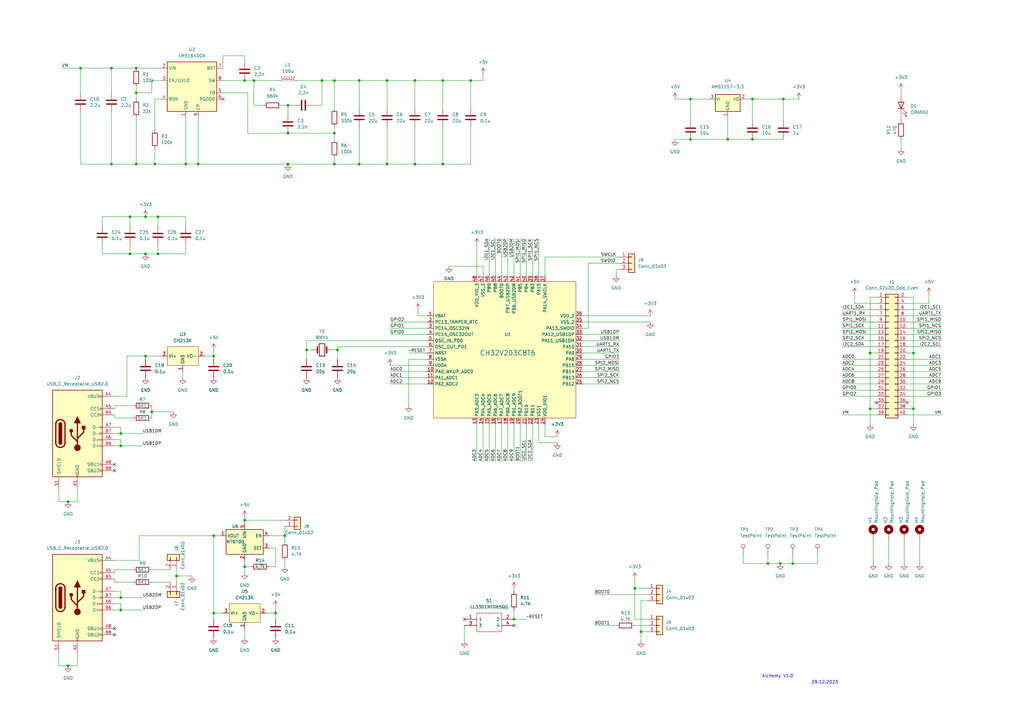
<source format=kicad_sch>
(kicad_sch (version 20211123) (generator eeschema)
  (paper "A3")
  (junction (at 158.75 33.02))
  (junction (at 125.73 143.51))
  (junction (at 325.12 231.14))
  (junction (at 64.77 104.14))
  (junction (at 104.14 33.02))
  (junction (at 64.77 88.9))
  (junction (at 118.11 54.61))
  (junction (at 27.94 205.74))
  (junction (at 314.96 231.14))
  (junction (at 100.33 213.36))
  (junction (at 55.88 67.31))
  (junction (at 63.5 67.31))
  (junction (at 181.61 67.31))
  (junction (at 49.53 182.88))
  (junction (at 356.87 167.64))
  (junction (at 55.88 27.94))
  (junction (at 132.08 33.02))
  (junction (at 33.02 27.94))
  (junction (at 283.21 57.15))
  (junction (at 193.04 33.02))
  (junction (at 62.23 168.91))
  (junction (at 49.53 177.8))
  (junction (at 147.32 67.31))
  (junction (at 49.53 245.11))
  (junction (at 147.32 33.02))
  (junction (at 138.43 143.51))
  (junction (at 158.75 67.31))
  (junction (at 100.33 33.02))
  (junction (at 113.03 251.46))
  (junction (at 53.34 104.14))
  (junction (at 87.63 146.05))
  (junction (at 59.69 146.05))
  (junction (at 59.69 88.9))
  (junction (at 262.89 259.08))
  (junction (at 118.11 43.18))
  (junction (at 53.34 88.9))
  (junction (at 116.84 219.71))
  (junction (at 76.2 67.31))
  (junction (at 308.61 40.64))
  (junction (at 49.53 250.19))
  (junction (at 45.72 27.94))
  (junction (at 87.63 251.46))
  (junction (at 100.33 232.41))
  (junction (at 81.28 67.31))
  (junction (at 181.61 33.02))
  (junction (at 137.16 67.31))
  (junction (at 118.11 67.31))
  (junction (at 308.61 57.15))
  (junction (at 72.39 236.22))
  (junction (at 260.35 241.3))
  (junction (at 27.94 273.05))
  (junction (at 210.82 254))
  (junction (at 87.63 219.71))
  (junction (at 55.88 38.1))
  (junction (at 374.65 167.64))
  (junction (at 137.16 33.02))
  (junction (at 298.45 57.15))
  (junction (at 320.04 231.14))
  (junction (at 170.18 67.31))
  (junction (at 374.65 144.78))
  (junction (at 356.87 144.78))
  (junction (at 321.31 40.64))
  (junction (at 170.18 33.02))
  (junction (at 59.69 104.14))
  (junction (at 283.21 40.64))
  (junction (at 137.16 54.61))
  (junction (at 45.72 67.31))
  (no_connect (at 91.44 40.64))
  (no_connect (at 190.5 254))
  (no_connect (at 210.82 256.54))
  (no_connect (at 46.99 260.35))
  (no_connect (at 372.11 165.1))
  (no_connect (at 359.41 165.1))
  (no_connect (at 46.99 257.81))
  (no_connect (at 46.99 190.5))
  (no_connect (at 46.99 193.04))
  (wire (pts (xy 210.82 97.79) (xy 210.82 113.03)))
  (wire (pts (xy 372.11 137.16) (xy 386.08 137.16)))
  (wire (pts (xy 59.69 104.14) (xy 64.77 104.14)))
  (wire (pts (xy 25.4 27.94) (xy 33.02 27.94)))
  (wire (pts (xy 260.35 256.54) (xy 265.43 256.54)))
  (wire (pts (xy 62.23 238.76) (xy 69.85 238.76)))
  (wire (pts (xy 160.02 149.86) (xy 175.26 149.86)))
  (wire (pts (xy 203.2 189.23) (xy 203.2 173.99)))
  (wire (pts (xy 115.57 43.18) (xy 118.11 43.18)))
  (wire (pts (xy 238.76 132.08) (xy 266.7 132.08)))
  (wire (pts (xy 31.75 200.66) (xy 31.75 205.74)))
  (wire (pts (xy 116.84 215.9) (xy 116.84 219.71)))
  (wire (pts (xy 41.91 88.9) (xy 53.34 88.9)))
  (wire (pts (xy 193.04 33.02) (xy 198.12 33.02)))
  (wire (pts (xy 72.39 236.22) (xy 72.39 238.76)))
  (wire (pts (xy 167.64 147.32) (xy 167.64 166.37)))
  (wire (pts (xy 345.44 152.4) (xy 359.41 152.4)))
  (wire (pts (xy 369.57 46.99) (xy 369.57 49.53)))
  (wire (pts (xy 210.82 254) (xy 215.9 254)))
  (wire (pts (xy 243.84 256.54) (xy 252.73 256.54)))
  (wire (pts (xy 125.73 143.51) (xy 125.73 139.7)))
  (wire (pts (xy 55.88 38.1) (xy 62.23 38.1)))
  (wire (pts (xy 241.3 107.95) (xy 241.3 134.62)))
  (wire (pts (xy 198.12 33.02) (xy 198.12 30.48)))
  (wire (pts (xy 46.99 162.56) (xy 52.07 162.56)))
  (wire (pts (xy 238.76 147.32) (xy 254 147.32)))
  (wire (pts (xy 132.08 43.18) (xy 132.08 33.02)))
  (wire (pts (xy 49.53 182.88) (xy 58.42 182.88)))
  (wire (pts (xy 62.23 168.91) (xy 71.12 168.91)))
  (wire (pts (xy 87.63 146.05) (xy 87.63 147.32)))
  (wire (pts (xy 100.33 213.36) (xy 100.33 214.63)))
  (wire (pts (xy 283.21 49.53) (xy 283.21 40.64)))
  (wire (pts (xy 372.11 149.86) (xy 386.08 149.86)))
  (wire (pts (xy 91.44 33.02) (xy 100.33 33.02)))
  (wire (pts (xy 262.89 259.08) (xy 262.89 262.89)))
  (wire (pts (xy 63.5 40.64) (xy 66.04 40.64)))
  (wire (pts (xy 64.77 100.33) (xy 64.77 104.14)))
  (wire (pts (xy 205.74 113.03) (xy 205.74 97.79)))
  (wire (pts (xy 321.31 40.64) (xy 308.61 40.64)))
  (wire (pts (xy 46.99 180.34) (xy 49.53 180.34)))
  (wire (pts (xy 265.43 246.38) (xy 262.89 246.38)))
  (wire (pts (xy 345.44 154.94) (xy 359.41 154.94)))
  (wire (pts (xy 102.87 232.41) (xy 100.33 232.41)))
  (wire (pts (xy 325.12 227.33) (xy 325.12 231.14)))
  (wire (pts (xy 262.89 246.38) (xy 262.89 259.08)))
  (wire (pts (xy 46.99 170.18) (xy 46.99 171.45)))
  (wire (pts (xy 125.73 147.32) (xy 125.73 143.51)))
  (wire (pts (xy 158.75 33.02) (xy 158.75 44.45)))
  (wire (pts (xy 238.76 152.4) (xy 254 152.4)))
  (wire (pts (xy 49.53 242.57) (xy 49.53 245.11)))
  (wire (pts (xy 195.58 189.23) (xy 195.58 173.99)))
  (wire (pts (xy 63.5 67.31) (xy 63.5 60.96)))
  (wire (pts (xy 147.32 52.07) (xy 147.32 67.31)))
  (wire (pts (xy 74.93 152.4) (xy 74.93 154.94)))
  (wire (pts (xy 372.11 127) (xy 386.08 127)))
  (wire (pts (xy 45.72 27.94) (xy 55.88 27.94)))
  (wire (pts (xy 31.75 267.97) (xy 31.75 273.05)))
  (wire (pts (xy 24.13 273.05) (xy 27.94 273.05)))
  (wire (pts (xy 372.11 167.64) (xy 374.65 167.64)))
  (wire (pts (xy 158.75 67.31) (xy 170.18 67.31)))
  (wire (pts (xy 350.52 120.65) (xy 350.52 124.46)))
  (wire (pts (xy 213.36 189.23) (xy 213.36 173.99)))
  (wire (pts (xy 57.15 229.87) (xy 46.99 229.87)))
  (wire (pts (xy 160.02 134.62) (xy 175.26 134.62)))
  (wire (pts (xy 137.16 52.07) (xy 137.16 54.61)))
  (wire (pts (xy 200.66 97.79) (xy 200.66 113.03)))
  (wire (pts (xy 83.82 146.05) (xy 87.63 146.05)))
  (wire (pts (xy 356.87 167.64) (xy 356.87 173.99)))
  (wire (pts (xy 53.34 104.14) (xy 59.69 104.14)))
  (wire (pts (xy 356.87 144.78) (xy 356.87 167.64)))
  (wire (pts (xy 49.53 247.65) (xy 49.53 250.19)))
  (wire (pts (xy 238.76 142.24) (xy 254 142.24)))
  (wire (pts (xy 137.16 64.77) (xy 137.16 67.31)))
  (wire (pts (xy 53.34 88.9) (xy 59.69 88.9)))
  (wire (pts (xy 372.11 157.48) (xy 386.08 157.48)))
  (wire (pts (xy 374.65 167.64) (xy 374.65 173.99)))
  (wire (pts (xy 260.35 241.3) (xy 265.43 241.3)))
  (wire (pts (xy 198.12 113.03) (xy 198.12 109.22)))
  (wire (pts (xy 308.61 40.64) (xy 306.07 40.64)))
  (wire (pts (xy 321.31 49.53) (xy 321.31 40.64)))
  (wire (pts (xy 181.61 33.02) (xy 193.04 33.02)))
  (wire (pts (xy 100.33 213.36) (xy 116.84 213.36)))
  (wire (pts (xy 167.64 147.32) (xy 175.26 147.32)))
  (wire (pts (xy 100.33 212.09) (xy 100.33 213.36)))
  (wire (pts (xy 121.92 33.02) (xy 132.08 33.02)))
  (wire (pts (xy 113.03 248.92) (xy 113.03 251.46)))
  (wire (pts (xy 238.76 149.86) (xy 254 149.86)))
  (wire (pts (xy 110.49 224.79) (xy 113.03 224.79)))
  (wire (pts (xy 91.44 27.94) (xy 91.44 22.86)))
  (wire (pts (xy 314.96 227.33) (xy 314.96 231.14)))
  (wire (pts (xy 345.44 129.54) (xy 359.41 129.54)))
  (wire (pts (xy 113.03 251.46) (xy 113.03 254)))
  (wire (pts (xy 137.16 33.02) (xy 137.16 44.45)))
  (wire (pts (xy 364.49 231.14) (xy 364.49 220.98)))
  (wire (pts (xy 372.11 160.02) (xy 386.08 160.02)))
  (wire (pts (xy 372.11 162.56) (xy 386.08 162.56)))
  (wire (pts (xy 369.57 57.15) (xy 369.57 60.96)))
  (wire (pts (xy 87.63 251.46) (xy 87.63 219.71)))
  (wire (pts (xy 137.16 54.61) (xy 137.16 57.15)))
  (wire (pts (xy 170.18 52.07) (xy 170.18 67.31)))
  (wire (pts (xy 62.23 166.37) (xy 62.23 168.91)))
  (wire (pts (xy 33.02 45.72) (xy 33.02 67.31)))
  (wire (pts (xy 91.44 38.1) (xy 101.6 38.1)))
  (wire (pts (xy 104.14 33.02) (xy 114.3 33.02)))
  (wire (pts (xy 345.44 134.62) (xy 359.41 134.62)))
  (wire (pts (xy 320.04 231.14) (xy 325.12 231.14)))
  (wire (pts (xy 46.99 247.65) (xy 49.53 247.65)))
  (wire (pts (xy 49.53 250.19) (xy 58.42 250.19)))
  (wire (pts (xy 190.5 256.54) (xy 190.5 262.89)))
  (wire (pts (xy 345.44 160.02) (xy 359.41 160.02)))
  (wire (pts (xy 55.88 38.1) (xy 55.88 40.64)))
  (wire (pts (xy 46.99 166.37) (xy 54.61 166.37)))
  (wire (pts (xy 49.53 180.34) (xy 49.53 182.88)))
  (wire (pts (xy 345.44 147.32) (xy 359.41 147.32)))
  (wire (pts (xy 101.6 54.61) (xy 118.11 54.61)))
  (wire (pts (xy 238.76 139.7) (xy 254 139.7)))
  (wire (pts (xy 372.11 132.08) (xy 386.08 132.08)))
  (wire (pts (xy 125.73 143.51) (xy 128.27 143.51)))
  (wire (pts (xy 24.13 205.74) (xy 27.94 205.74)))
  (wire (pts (xy 46.99 237.49) (xy 46.99 238.76)))
  (wire (pts (xy 241.3 134.62) (xy 238.76 134.62)))
  (wire (pts (xy 76.2 67.31) (xy 63.5 67.31)))
  (wire (pts (xy 118.11 43.18) (xy 120.65 43.18)))
  (wire (pts (xy 372.11 152.4) (xy 386.08 152.4)))
  (wire (pts (xy 372.11 144.78) (xy 374.65 144.78)))
  (wire (pts (xy 210.82 250.19) (xy 210.82 254)))
  (wire (pts (xy 356.87 121.92) (xy 356.87 144.78)))
  (wire (pts (xy 160.02 152.4) (xy 175.26 152.4)))
  (wire (pts (xy 100.33 257.81) (xy 100.33 261.62)))
  (wire (pts (xy 110.49 219.71) (xy 116.84 219.71)))
  (wire (pts (xy 218.44 113.03) (xy 218.44 97.79)))
  (wire (pts (xy 374.65 144.78) (xy 374.65 167.64)))
  (wire (pts (xy 76.2 88.9) (xy 76.2 92.71)))
  (wire (pts (xy 345.44 142.24) (xy 359.41 142.24)))
  (wire (pts (xy 63.5 53.34) (xy 63.5 40.64)))
  (wire (pts (xy 298.45 57.15) (xy 308.61 57.15)))
  (wire (pts (xy 101.6 38.1) (xy 101.6 54.61)))
  (wire (pts (xy 46.99 167.64) (xy 46.99 166.37)))
  (wire (pts (xy 87.63 219.71) (xy 90.17 219.71)))
  (wire (pts (xy 205.74 189.23) (xy 205.74 173.99)))
  (wire (pts (xy 76.2 67.31) (xy 76.2 48.26)))
  (wire (pts (xy 304.8 227.33) (xy 304.8 231.14)))
  (wire (pts (xy 55.88 35.56) (xy 55.88 38.1)))
  (wire (pts (xy 381 120.65) (xy 381 124.46)))
  (wire (pts (xy 41.91 92.71) (xy 41.91 88.9)))
  (wire (pts (xy 358.14 231.14) (xy 358.14 220.98)))
  (wire (pts (xy 372.11 147.32) (xy 386.08 147.32)))
  (wire (pts (xy 52.07 146.05) (xy 52.07 162.56)))
  (wire (pts (xy 160.02 157.48) (xy 175.26 157.48)))
  (wire (pts (xy 377.19 231.14) (xy 377.19 220.98)))
  (wire (pts (xy 345.44 132.08) (xy 359.41 132.08)))
  (wire (pts (xy 276.86 40.64) (xy 283.21 40.64)))
  (wire (pts (xy 345.44 139.7) (xy 359.41 139.7)))
  (wire (pts (xy 24.13 267.97) (xy 24.13 273.05)))
  (wire (pts (xy 118.11 54.61) (xy 137.16 54.61)))
  (wire (pts (xy 308.61 57.15) (xy 321.31 57.15)))
  (wire (pts (xy 158.75 52.07) (xy 158.75 67.31)))
  (wire (pts (xy 46.99 171.45) (xy 54.61 171.45)))
  (wire (pts (xy 46.99 177.8) (xy 49.53 177.8)))
  (wire (pts (xy 372.11 142.24) (xy 386.08 142.24)))
  (wire (pts (xy 238.76 129.54) (xy 266.7 129.54)))
  (wire (pts (xy 64.77 104.14) (xy 76.2 104.14)))
  (wire (pts (xy 128.27 43.18) (xy 132.08 43.18)))
  (wire (pts (xy 260.35 241.3) (xy 260.35 254)))
  (wire (pts (xy 345.44 149.86) (xy 359.41 149.86)))
  (wire (pts (xy 49.53 175.26) (xy 49.53 177.8)))
  (wire (pts (xy 170.18 33.02) (xy 181.61 33.02)))
  (wire (pts (xy 184.15 109.22) (xy 198.12 109.22)))
  (wire (pts (xy 49.53 245.11) (xy 58.42 245.11)))
  (wire (pts (xy 59.69 88.9) (xy 64.77 88.9)))
  (wire (pts (xy 125.73 139.7) (xy 175.26 139.7)))
  (wire (pts (xy 283.21 40.64) (xy 290.83 40.64)))
  (wire (pts (xy 265.43 254) (xy 260.35 254)))
  (wire (pts (xy 113.03 232.41) (xy 110.49 232.41)))
  (wire (pts (xy 238.76 154.94) (xy 254 154.94)))
  (wire (pts (xy 87.63 143.51) (xy 87.63 146.05)))
  (wire (pts (xy 62.23 168.91) (xy 62.23 171.45)))
  (wire (pts (xy 252.73 110.49) (xy 252.73 113.03)))
  (wire (pts (xy 325.12 231.14) (xy 335.28 231.14)))
  (wire (pts (xy 33.02 27.94) (xy 33.02 38.1)))
  (wire (pts (xy 45.72 45.72) (xy 45.72 67.31)))
  (wire (pts (xy 81.28 48.26) (xy 81.28 67.31)))
  (wire (pts (xy 374.65 121.92) (xy 374.65 144.78)))
  (wire (pts (xy 170.18 67.31) (xy 181.61 67.31)))
  (wire (pts (xy 241.3 107.95) (xy 254 107.95)))
  (wire (pts (xy 356.87 167.64) (xy 359.41 167.64)))
  (wire (pts (xy 87.63 251.46) (xy 91.44 251.46)))
  (wire (pts (xy 138.43 143.51) (xy 135.89 143.51)))
  (wire (pts (xy 304.8 231.14) (xy 314.96 231.14)))
  (wire (pts (xy 53.34 100.33) (xy 53.34 104.14)))
  (wire (pts (xy 55.88 48.26) (xy 55.88 67.31)))
  (wire (pts (xy 314.96 231.14) (xy 320.04 231.14)))
  (wire (pts (xy 262.89 259.08) (xy 265.43 259.08)))
  (wire (pts (xy 298.45 48.26) (xy 298.45 57.15)))
  (wire (pts (xy 372.11 170.18) (xy 386.08 170.18)))
  (wire (pts (xy 46.99 245.11) (xy 49.53 245.11)))
  (wire (pts (xy 31.75 205.74) (xy 27.94 205.74)))
  (wire (pts (xy 215.9 113.03) (xy 215.9 97.79)))
  (wire (pts (xy 33.02 27.94) (xy 45.72 27.94)))
  (wire (pts (xy 220.98 113.03) (xy 220.98 97.79)))
  (wire (pts (xy 46.99 233.68) (xy 54.61 233.68)))
  (wire (pts (xy 215.9 189.23) (xy 215.9 173.99)))
  (wire (pts (xy 138.43 143.51) (xy 138.43 142.24)))
  (wire (pts (xy 118.11 43.18) (xy 118.11 46.99)))
  (wire (pts (xy 243.84 243.84) (xy 265.43 243.84)))
  (wire (pts (xy 345.44 157.48) (xy 359.41 157.48)))
  (wire (pts (xy 171.45 129.54) (xy 171.45 127)))
  (wire (pts (xy 372.11 154.94) (xy 386.08 154.94)))
  (wire (pts (xy 41.91 104.14) (xy 53.34 104.14)))
  (wire (pts (xy 147.32 67.31) (xy 158.75 67.31)))
  (wire (pts (xy 91.44 22.86) (xy 100.33 22.86)))
  (wire (pts (xy 359.41 121.92) (xy 356.87 121.92)))
  (wire (pts (xy 59.69 146.05) (xy 66.04 146.05)))
  (wire (pts (xy 238.76 144.78) (xy 254 144.78)))
  (wire (pts (xy 223.52 179.07) (xy 228.6 179.07)))
  (wire (pts (xy 76.2 104.14) (xy 76.2 100.33)))
  (wire (pts (xy 113.03 224.79) (xy 113.03 232.41)))
  (wire (pts (xy 147.32 33.02) (xy 147.32 44.45)))
  (wire (pts (xy 33.02 67.31) (xy 45.72 67.31)))
  (wire (pts (xy 57.15 219.71) (xy 57.15 229.87)))
  (wire (pts (xy 158.75 33.02) (xy 170.18 33.02)))
  (wire (pts (xy 167.64 144.78) (xy 175.26 144.78)))
  (wire (pts (xy 345.44 162.56) (xy 359.41 162.56)))
  (wire (pts (xy 195.58 100.33) (xy 195.58 113.03)))
  (wire (pts (xy 62.23 233.68) (xy 69.85 233.68)))
  (wire (pts (xy 100.33 22.86) (xy 100.33 25.4)))
  (wire (pts (xy 321.31 40.64) (xy 327.66 40.64)))
  (wire (pts (xy 100.33 33.02) (xy 104.14 33.02)))
  (wire (pts (xy 160.02 137.16) (xy 175.26 137.16)))
  (wire (pts (xy 283.21 57.15) (xy 298.45 57.15)))
  (wire (pts (xy 109.22 251.46) (xy 113.03 251.46)))
  (wire (pts (xy 24.13 200.66) (xy 24.13 205.74)))
  (wire (pts (xy 59.69 146.05) (xy 59.69 147.32)))
  (wire (pts (xy 218.44 189.23) (xy 218.44 173.99)))
  (wire (pts (xy 45.72 67.31) (xy 55.88 67.31)))
  (wire (pts (xy 369.57 36.83) (xy 369.57 39.37)))
  (wire (pts (xy 100.33 229.87) (xy 100.33 232.41)))
  (wire (pts (xy 193.04 52.07) (xy 193.04 67.31)))
  (wire (pts (xy 46.99 250.19) (xy 49.53 250.19)))
  (wire (pts (xy 356.87 144.78) (xy 359.41 144.78)))
  (wire (pts (xy 160.02 132.08) (xy 175.26 132.08)))
  (wire (pts (xy 254 110.49) (xy 252.73 110.49)))
  (wire (pts (xy 132.08 33.02) (xy 137.16 33.02)))
  (wire (pts (xy 64.77 88.9) (xy 64.77 92.71)))
  (wire (pts (xy 372.11 124.46) (xy 381 124.46)))
  (wire (pts (xy 335.28 231.14) (xy 335.28 227.33)))
  (wire (pts (xy 72.39 233.68) (xy 72.39 236.22)))
  (wire (pts (xy 46.99 234.95) (xy 46.99 233.68)))
  (wire (pts (xy 160.02 154.94) (xy 175.26 154.94)))
  (wire (pts (xy 55.88 27.94) (xy 66.04 27.94)))
  (wire (pts (xy 238.76 157.48) (xy 254 157.48)))
  (wire (pts (xy 170.18 33.02) (xy 170.18 44.45)))
  (wire (pts (xy 107.95 43.18) (xy 104.14 43.18)))
  (wire (pts (xy 210.82 189.23) (xy 210.82 173.99)))
  (wire (pts (xy 198.12 189.23) (xy 198.12 173.99)))
  (wire (pts (xy 345.44 170.18) (xy 359.41 170.18)))
  (wire (pts (xy 53.34 88.9) (xy 53.34 92.71)))
  (wire (pts (xy 147.32 67.31) (xy 137.16 67.31)))
  (wire (pts (xy 175.26 129.54) (xy 171.45 129.54)))
  (wire (pts (xy 308.61 49.53) (xy 308.61 40.64)))
  (wire (pts (xy 31.75 273.05) (xy 27.94 273.05)))
  (wire (pts (xy 181.61 67.31) (xy 193.04 67.31)))
  (wire (pts (xy 223.52 105.41) (xy 254 105.41)))
  (wire (pts (xy 208.28 189.23) (xy 208.28 173.99)))
  (wire (pts (xy 223.52 173.99) (xy 223.52 179.07)))
  (wire (pts (xy 210.82 242.57) (xy 210.82 241.3)))
  (wire (pts (xy 100.33 232.41) (xy 100.33 234.95)))
  (wire (pts (xy 208.28 97.79) (xy 208.28 113.03)))
  (wire (pts (xy 55.88 67.31) (xy 63.5 67.31)))
  (wire (pts (xy 46.99 242.57) (xy 49.53 242.57)))
  (wire (pts (xy 203.2 113.03) (xy 203.2 97.79)))
  (wire (pts (xy 87.63 219.71) (xy 57.15 219.71)))
  (wire (pts (xy 276.86 57.15) (xy 283.21 57.15)))
  (wire (pts (xy 372.11 139.7) (xy 386.08 139.7)))
  (wire (pts (xy 72.39 236.22) (xy 78.74 236.22)))
  (wire (pts (xy 62.23 38.1) (xy 62.23 33.02)))
  (wire (pts (xy 220.98 173.99) (xy 220.98 181.61)))
  (wire (pts (xy 181.61 52.07) (xy 181.61 67.31)))
  (wire (pts (xy 116.84 219.71) (xy 116.84 222.25)))
  (wire (pts (xy 46.99 182.88) (xy 49.53 182.88)))
  (wire (pts (xy 59.69 146.05) (xy 52.07 146.05)))
  (wire (pts (xy 46.99 175.26) (xy 49.53 175.26)))
  (wire (pts (xy 345.44 137.16) (xy 359.41 137.16)))
  (wire (pts (xy 62.23 33.02) (xy 66.04 33.02)))
  (wire (pts (xy 345.44 127) (xy 359.41 127)))
  (wire (pts (xy 137.16 33.02) (xy 147.32 33.02)))
  (wire (pts (xy 118.11 67.31) (xy 81.28 67.31)))
  (wire (pts (xy 49.53 177.8) (xy 58.42 177.8)))
  (wire (pts (xy 372.11 121.92) (xy 374.65 121.92)))
  (wire (pts (xy 370.84 231.14) (xy 370.84 220.98)))
  (wire (pts (xy 213.36 113.03) (xy 213.36 97.79)))
  (wire (pts (xy 260.35 237.49) (xy 260.35 241.3)))
  (wire (pts (xy 64.77 88.9) (xy 76.2 88.9)))
  (wire (pts (xy 116.84 229.87) (xy 116.84 232.41)))
  (wire (pts (xy 138.43 142.24) (xy 175.26 142.24)))
  (wire (pts (xy 193.04 33.02) (xy 193.04 44.45)))
  (wire (pts (xy 372.11 129.54) (xy 386.08 129.54)))
  (wire (pts (xy 359.41 124.46) (xy 350.52 124.46)))
  (wire (pts (xy 372.11 134.62) (xy 386.08 134.62)))
  (wire (pts (xy 181.61 33.02) (xy 181.61 44.45)))
  (wire (pts (xy 46.99 238.76) (xy 54.61 238.76)))
  (wire (pts (xy 137.16 67.31) (xy 118.11 67.31)))
  (wire (pts (xy 200.66 189.23) (xy 200.66 173.99)))
  (wire (pts (xy 45.72 38.1) (xy 45.72 27.94)))
  (wire (pts (xy 87.63 254) (xy 87.63 251.46)))
  (wire (pts (xy 223.52 113.03) (xy 223.52 105.41)))
  (wire (pts (xy 238.76 137.16) (xy 254 137.16)))
  (wire (pts (xy 138.43 147.32) (xy 138.43 143.51)))
  (wire (pts (xy 220.98 181.61) (xy 228.6 181.61)))
  (wire (pts (xy 41.91 100.33) (xy 41.91 104.14)))
  (wire (pts (xy 81.28 67.31) (xy 76.2 67.31)))
  (wire (pts (xy 104.14 43.18) (xy 104.14 33.02)))
  (wire (pts (xy 147.32 33.02) (xy 158.75 33.02)))
  (text "29.12.2023" (at 332.74 280.67 0) (effects (font (size 1.27 1.27)) (justify left bottom)))
  (text "Alchemy V1.0" (at 312.42 278.13 0) (effects (font (size 1.27 1.27)) (justify left bottom)))
  (label "UART1_RX" (at 254 142.24 180))
  (label "ADC2" (at 160.02 157.48 0))
  (label "USB1DP" (at 58.42 182.88 0))
  (label "SPI1_MOSI" (at 345.44 132.08 0))
  (label "I2C2_SCL" (at 215.9 189.23 90))
  (label "UART1_TX" (at 254 144.78 180))
  (label "ADC5" (at 200.66 189.23 90))
  (label "BOOT1" (at 243.84 256.54 0))
  (label "VM" (at 345.44 170.18 0))
  (label "GPIO3" (at 386.08 162.56 180))
  (label "ADC7" (at 386.08 154.94 180))
  (label "ADC5" (at 386.08 152.4 180))
  (label "ADC0" (at 345.44 147.32 0))
  (label "SPI2_SCK" (at 345.44 139.7 0))
  (label "GPIO1" (at 160.02 134.62 0))
  (label "ADC6" (at 203.2 189.23 90))
  (label "ADC8" (at 345.44 157.48 0))
  (label "SPI1_MISO" (at 386.08 132.08 180))
  (label "ADC3" (at 195.58 189.23 90))
  (label "SPI1_MISO" (at 215.9 97.79 270))
  (label "VM" (at 25.4 27.94 0))
  (label "BOOT0" (at 205.74 97.79 270))
  (label "ADC4" (at 198.12 189.23 90))
  (label "~RESET" (at 215.9 254 0))
  (label "SPI2_MISO" (at 386.08 137.16 180))
  (label "~RESET" (at 167.64 144.78 0))
  (label "ADC4" (at 345.44 152.4 0))
  (label "ADC9" (at 386.08 157.48 180))
  (label "ADC9" (at 210.82 189.23 90))
  (label "GPIO2" (at 160.02 132.08 0))
  (label "SPI2_SCK" (at 254 154.94 180))
  (label "I2C1_SDA" (at 200.66 97.79 270))
  (label "SPI2_MISO" (at 254 152.4 180))
  (label "ADC2" (at 345.44 149.86 0))
  (label "GPIO0" (at 345.44 160.02 0))
  (label "SWCLK" (at 246.38 105.41 0))
  (label "ADC1" (at 160.02 154.94 0))
  (label "ADC6" (at 345.44 154.94 0))
  (label "USB1DP" (at 254 137.16 180))
  (label "I2C2_SDA" (at 345.44 142.24 0))
  (label "USB2DP" (at 208.28 97.79 270))
  (label "SPI2_MOSI" (at 345.44 137.16 0))
  (label "BOOT0" (at 243.84 243.84 0))
  (label "SPI2_NCS" (at 254 157.48 180))
  (label "SPI2_NCS" (at 386.08 139.7 180))
  (label "USB2DM" (at 58.42 245.11 0))
  (label "SPI1_NCS" (at 220.98 97.79 270))
  (label "USB1DM" (at 254 139.7 180))
  (label "I2C2_SCL" (at 386.08 142.24 180))
  (label "SPI1_MOSI" (at 213.36 97.79 270))
  (label "UART1_RX" (at 345.44 129.54 0))
  (label "I2C1_SDA" (at 345.44 127 0))
  (label "GPIO1" (at 386.08 160.02 180))
  (label "SPI1_SCK" (at 345.44 134.62 0))
  (label "GPIO3" (at 254 147.32 180))
  (label "I2C1_SCL" (at 203.2 97.79 270))
  (label "BOOT1" (at 213.36 189.23 90))
  (label "SPI1_NCS" (at 386.08 134.62 180))
  (label "ADC8" (at 208.28 189.23 90))
  (label "ADC3" (at 386.08 149.86 180))
  (label "ADC0" (at 160.02 152.4 0))
  (label "UART1_TX" (at 386.08 129.54 180))
  (label "SPI2_MOSI" (at 254 149.86 180))
  (label "SPI1_SCK" (at 218.44 97.79 270))
  (label "USB1DM" (at 58.42 177.8 0))
  (label "USB2DP" (at 58.42 250.19 0))
  (label "I2C2_SDA" (at 218.44 189.23 90))
  (label "ADC1" (at 386.08 147.32 180))
  (label "USB2DM" (at 210.82 97.79 270))
  (label "GPIO0" (at 160.02 137.16 0))
  (label "VM" (at 386.08 170.18 180))
  (label "ADC7" (at 205.74 189.23 90))
  (label "GPIO2" (at 345.44 162.56 0))
  (label "SWDIO" (at 246.38 107.95 0))
  (label "I2C1_SCL" (at 386.08 127 180))
  (symbol (lib_id "Device:C") (at 147.32 48.26 180) (unit 1)
    (property "Reference" "C5" (at 151.13 46.9899 0) (effects (justify right)))
    (property "Value" "22u" (at 151.13 49.5299 0) (effects (justify right)))
    (property "Footprint" "Capacitor_SMD:C_1206_3216Metric" (effects hide))
  )
  (symbol (lib_name "+5V_6") (lib_id "power:+5V") (at 276.86 40.64 0) (unit 1)
    (property "Reference" "#PWR0109" (effects hide))
    (property "Value" "+5V" (at 276.86 35.56 0))
  )
  (symbol (lib_id "Connector_Generic:Conn_01x02") (at 72.39 243.84 270) (unit 1)
    (property "Reference" "J7" (at 72.3901 246.38 0) (effects (justify left)))
    (property "Value" "Conn_01x02" (at 74.93 238.76 0) (effects (justify left)))
    (property "Footprint" "Connector_PinHeader_2.54mm:PinHeader_1x02_P2.54mm_Vertical" (effects hide))
  )
  (symbol (lib_id "Connector_Generic:Conn_01x02") (at 121.92 215.9 0) (mirror x) (unit 1)
    (property "Reference" "J8" (at 124.46 215.9001 0) (effects (justify left)))
    (property "Value" "Conn_01x02" (at 116.84 218.44 0) (effects (justify left)))
    (property "Footprint" "Connector_PinHeader_2.54mm:PinHeader_1x02_P2.54mm_Vertical" (effects hide))
  )
  (symbol (lib_id "Device:C") (at 87.63 151.13 0) (unit 1)
    (property "Reference" "C20" (at 91.44 149.8599 0) (effects (justify left)))
    (property "Value" "0.1u" (at 91.44 152.3999 0) (effects (justify left)))
    (property "Footprint" "Capacitor_SMD:C_0805_2012Metric" (effects hide))
  )
  (symbol (lib_name "GND_9") (lib_id "power:GND") (at 87.63 261.62 0) (unit 1)
    (property "Reference" "#PWR0145" (effects hide))
    (property "Value" "GND" (at 87.63 266.7 0))
  )
  (symbol (lib_id "Device:R") (at 116.84 226.06 0) (unit 1)
    (property "Reference" "R15" (at 119.38 224.7899 0) (effects (justify left)))
    (property "Value" "4.7K" (at 119.38 227.3299 0) (effects (justify left)))
    (property "Footprint" "Resistor_SMD:R_0805_2012Metric" (effects hide))
  )
  (symbol (lib_name "GND_27") (lib_id "power:GND") (at 377.19 231.14 0) (unit 1)
    (property "Reference" "#PWR0104" (effects hide))
    (property "Value" "GND" (at 377.19 236.22 0))
  )
  (symbol (lib_id "Device:R") (at 210.82 246.38 0) (unit 1)
    (property "Reference" "R11" (at 213.36 245.1099 0) (effects (justify left)))
    (property "Value" "4.7K" (at 213.36 247.6499 0) (effects (justify left)))
    (property "Footprint" "Resistor_SMD:R_0805_2012Metric" (effects hide))
  )
  (symbol (lib_id "Device:C") (at 170.18 48.26 180) (unit 1)
    (property "Reference" "C7" (at 173.99 46.9899 0) (effects (justify right)))
    (property "Value" "22u" (at 173.99 49.5299 0) (effects (justify right)))
    (property "Footprint" "Capacitor_SMD:C_1206_3216Metric" (effects hide))
  )
  (symbol (lib_id "power:GND") (at 59.69 104.14 0) (unit 1)
    (property "Reference" "#PWR0151" (effects hide))
    (property "Value" "GND" (at 59.69 109.22 0))
  )
  (symbol (lib_name "GND_3") (lib_id "power:GND") (at 74.93 154.94 0) (unit 1)
    (property "Reference" "#PWR0141" (effects hide))
    (property "Value" "GND" (at 74.93 160.02 0))
  )
  (symbol (lib_name "GND_13") (lib_id "power:GND") (at 78.74 236.22 0) (unit 1)
    (property "Reference" "#PWR0123" (effects hide))
    (property "Value" "GND" (at 78.74 241.3 0))
  )
  (symbol (lib_name "GND_25") (lib_id "power:GND") (at 356.87 173.99 0) (unit 1)
    (property "Reference" "#PWR0136" (effects hide))
    (property "Value" "GND" (at 356.87 179.07 0))
  )
  (symbol (lib_id "Connector_Generic:Conn_01x03") (at 270.51 256.54 0) (unit 1)
    (property "Reference" "J5" (at 273.05 255.2699 0) (effects (justify left)))
    (property "Value" "Conn_01x03" (at 273.05 257.8099 0) (effects (justify left)))
    (property "Footprint" "Connector_PinHeader_2.54mm:PinHeader_1x03_P2.54mm_Vertical" (effects hide))
  )
  (symbol (lib_id "Device:C") (at 113.03 257.81 0) (unit 1)
    (property "Reference" "C11" (at 116.84 256.5399 0) (effects (justify left)))
    (property "Value" "0.1u" (at 116.84 259.0799 0) (effects (justify left)))
    (property "Footprint" "Capacitor_SMD:C_0805_2012Metric" (effects hide))
  )
  (symbol (lib_id "power:+3V3") (at 59.69 88.9 0) (unit 1)
    (property "Reference" "#PWR0150" (effects hide))
    (property "Value" "+3V3" (at 59.69 83.82 0))
  )
  (symbol (lib_id "Connector:TestPoint") (at 304.8 227.33 0) (unit 1)
    (property "Reference" "TP1" (at 303.53 217.17 0) (effects (justify left)))
    (property "Value" "TestPoint" (at 303.53 219.71 0) (effects (justify left)))
    (property "Footprint" "TestPoint:TestPoint_Loop_D2.50mm_Drill1.0mm" (effects hide))
  )
  (symbol (lib_id "Device:C") (at 181.61 48.26 180) (unit 1)
    (property "Reference" "C8" (at 185.42 46.9899 0) (effects (justify right)))
    (property "Value" "22u" (at 185.42 49.5299 0) (effects (justify right)))
    (property "Footprint" "Capacitor_SMD:C_1206_3216Metric" (effects hide))
  )
  (symbol (lib_id "Device:C") (at 33.02 41.91 180) (unit 1)
    (property "Reference" "C10" (at 36.83 40.6399 0) (effects (justify right)))
    (property "Value" "2.2u" (at 36.83 43.1799 0) (effects (justify right)))
    (property "Footprint" "Capacitor_SMD:C_1206_3216Metric" (effects hide))
  )
  (symbol (lib_id "Device:C") (at 100.33 29.21 0) (unit 1)
    (property "Reference" "C2" (at 104.14 27.9399 0) (effects (justify left)))
    (property "Value" "2.2n" (at 104.14 30.4799 0) (effects (justify left)))
    (property "Footprint" "Capacitor_SMD:C_0805_2012Metric" (effects hide))
  )
  (symbol (lib_id "power:+3V3") (at 260.35 237.49 0) (unit 1)
    (property "Reference" "#PWR0132" (effects hide))
    (property "Value" "+3V3" (at 260.35 232.41 0))
  )
  (symbol (lib_id "SamacSys_Parts:LL3301NF065QG") (at 190.5 254 0) (unit 1)
    (property "Reference" "S1" (at 200.66 246.38 0))
    (property "Value" "LL3301NF065QG" (at 200.66 248.92 0))
    (property "Footprint" "LL3301NF065QG" (effects hide))
    (property "Datasheet" "http://spec_sheets.e-switch.com/specs/P090002.pdf" (effects hide))
    (property "Description" "E-SWITCH - LL3301NF065QG - TACTILE SW, SPST, 0.05A, 12VDC, SOLDER" (effects hide))
    (property "Height" "4" (effects hide))
    (property "Mouser Part Number" "612-LL3301NF065QG" (effects hide))
    (property "Mouser Price/Stock" "https://www.mouser.co.uk/ProductDetail/E-Switch/LL3301NF065QG?qs=QtyuwXswaQiWhwgY68YTTw%3D%3D" (effects hide))
    (property "Manufacturer_Name" "E-Switch" (effects hide))
    (property "Manufacturer_Part_Number" "LL3301NF065QG" (effects hide))
  )
  (symbol (lib_name "+5V_3") (lib_id "power:+5V") (at 198.12 30.48 0) (unit 1)
    (property "Reference" "#PWR0105" (effects hide))
    (property "Value" "+5V" (at 198.12 25.4 0))
  )
  (symbol (lib_name "GND_23") (lib_id "power:GND") (at 266.7 132.08 0) (unit 1)
    (property "Reference" "#PWR0139" (effects hide))
    (property "Value" "GND" (at 266.7 137.16 0))
  )
  (symbol (lib_id "Device:C") (at 125.73 151.13 0) (unit 1)
    (property "Reference" "C13" (at 129.54 149.8599 0) (effects (justify left)))
    (property "Value" "20p" (at 129.54 152.3999 0) (effects (justify left)))
    (property "Footprint" "Capacitor_SMD:C_0805_2012Metric" (effects hide))
  )
  (symbol (lib_id "Device:C") (at 283.21 53.34 0) (unit 1)
    (property "Reference" "C15" (at 287.02 52.0699 0) (effects (justify left)))
    (property "Value" "10u" (at 287.02 54.6099 0) (effects (justify left)))
    (property "Footprint" "Capacitor_SMD:C_1206_3216Metric" (effects hide))
  )
  (symbol (lib_name "CH213K_1") (lib_id "Signetics:CH213K") (at 93.98 251.46 0) (unit 1)
    (property "Reference" "U5" (at 100.33 242.57 0))
    (property "Value" "CH213K" (at 100.33 245.11 0))
    (property "Footprint" "Package_TO_SOT_SMD:SOT-23" (effects hide))
  )
  (symbol (lib_id "Mechanical:MountingHole_Pad") (at 364.49 218.44 0) (unit 1)
    (property "Reference" "H2" (at 363.2199 214.63 90) (effects (justify left)))
    (property "Value" "MountingHole_Pad" (at 365.7599 214.63 90) (effects (justify left)))
    (property "Footprint" "MountingHole:MountingHole_3.2mm_M3_Pad" (effects hide))
  )
  (symbol (lib_id "Gekkio_Power_Management:MT9700") (at 100.33 222.25 0) (mirror y) (unit 1)
    (property "Reference" "U6" (at 96.52 215.9 0))
    (property "Value" "MT9700" (at 96.52 222.25 0))
    (property "Footprint" "Package_TO_SOT_SMD:SOT-23-5" (effects hide))
    (property "Datasheet" "https://datasheet.lcsc.com/szlcsc/XI-AN-Aerosemi-Tech-MT9700_C89855.pdf" (effects hide))
  )
  (symbol (lib_name "GND_30") (lib_id "power:GND") (at 320.04 231.14 0) (unit 1)
    (property "Reference" "#PWR0140" (effects hide))
    (property "Value" "GND" (at 320.04 236.22 0))
  )
  (symbol (lib_name "GND_2") (lib_id "power:GND") (at 71.12 168.91 0) (unit 1)
    (property "Reference" "#PWR0125" (effects hide))
    (property "Value" "GND" (at 71.12 173.99 0))
  )
  (symbol (lib_id "Device:R") (at 55.88 31.75 180) (unit 1)
    (property "Reference" "R1" (at 58.42 30.4799 0) (effects (justify right)))
    (property "Value" "100k" (at 58.42 33.0199 0) (effects (justify right)))
    (property "Footprint" "Resistor_SMD:R_0805_2012Metric" (effects hide))
  )
  (symbol (lib_id "Device:R") (at 58.42 238.76 90) (unit 1)
    (property "Reference" "R10" (at 58.42 236.22 90))
    (property "Value" "5K1" (at 58.42 238.76 90))
    (property "Footprint" "Resistor_SMD:R_0805_2012Metric" (effects hide))
  )
  (symbol (lib_id "Device:LED") (at 369.57 43.18 90) (unit 1)
    (property "Reference" "D1" (at 373.38 43.4974 90) (effects (justify right)))
    (property "Value" "ORANGE" (at 373.38 46.0374 90) (effects (justify right)))
    (property "Footprint" "LED_SMD:LED_0805_2012Metric" (effects hide))
  )
  (symbol (lib_id "Device:C") (at 59.69 151.13 0) (unit 1)
    (property "Reference" "C19" (at 63.5 149.8599 0) (effects (justify left)))
    (property "Value" "0.1u" (at 63.5 152.3999 0) (effects (justify left)))
    (property "Footprint" "Capacitor_SMD:C_0805_2012Metric" (effects hide))
  )
  (symbol (lib_name "GND_14") (lib_id "power:GND") (at 167.64 166.37 0) (unit 1)
    (property "Reference" "#PWR0117" (effects hide))
    (property "Value" "GND" (at 167.64 171.45 0))
  )
  (symbol (lib_name "GND_11") (lib_id "power:GND") (at 27.94 273.05 0) (unit 1)
    (property "Reference" "#PWR0124" (effects hide))
    (property "Value" "GND" (at 27.94 278.13 0))
  )
  (symbol (lib_name "+5V_1") (lib_id "power:+5V") (at 100.33 212.09 0) (mirror y) (unit 1)
    (property "Reference" "#PWR0118" (effects hide))
    (property "Value" "+5V" (at 100.33 207.01 0))
  )
  (symbol (lib_name "GND_24") (lib_id "power:GND") (at 262.89 262.89 0) (unit 1)
    (property "Reference" "#PWR0133" (effects hide))
    (property "Value" "GND" (at 262.89 267.97 0))
  )
  (symbol (lib_id "power:+3V3") (at 160.02 149.86 0) (unit 1)
    (property "Reference" "#PWR0108" (effects hide))
    (property "Value" "+3V3" (at 160.02 144.78 0))
  )
  (symbol (lib_name "GND_29") (lib_id "power:GND") (at 358.14 231.14 0) (unit 1)
    (property "Reference" "#PWR0103" (effects hide))
    (property "Value" "GND" (at 358.14 236.22 0))
  )
  (symbol (lib_id "power:+3V3") (at 327.66 40.64 0) (unit 1)
    (property "Reference" "#PWR0128" (effects hide))
    (property "Value" "+3V3" (at 327.66 35.56 0))
  )
  (symbol (lib_name "GND_23") (lib_id "power:GND") (at 252.73 113.03 0) (unit 1)
    (property "Reference" "#PWR0142" (effects hide))
    (property "Value" "GND" (at 252.73 118.11 0))
  )
  (symbol (lib_name "GND_7") (lib_id "power:GND") (at 113.03 261.62 0) (unit 1)
    (property "Reference" "#PWR0121" (effects hide))
    (property "Value" "GND" (at 113.03 266.7 0))
  )
  (symbol (lib_id "Regulator_Linear:AMS1117-3.3") (at 298.45 40.64 0) (unit 1)
    (property "Reference" "U4" (at 298.45 33.02 0))
    (property "Value" "AMS1117-3.3" (at 298.45 35.56 0))
    (property "Footprint" "Package_TO_SOT_SMD:SOT-223-3_TabPin2" (effects hide))
    (property "Datasheet" "http://www.advanced-monolithic.com/pdf/ds1117.pdf" (effects hide))
  )
  (symbol (lib_id "Connector_Generic:Conn_02x20_Odd_Even") (at 364.49 144.78 0) (unit 1)
    (property "Reference" "J1" (at 365.76 115.57 0))
    (property "Value" "Conn_02x20_Odd_Even" (at 365.76 118.11 0))
    (property "Footprint" "Connector_PinHeader_2.54mm:PinHeader_2x20_P2.54mm_Horizontal" (effects hide))
  )
  (symbol (lib_id "Device:R") (at 106.68 232.41 270) (mirror x) (unit 1)
    (property "Reference" "R14" (at 106.68 229.87 90))
    (property "Value" "4.7k" (at 106.68 232.41 90))
    (property "Footprint" "Resistor_SMD:R_0805_2012Metric" (effects hide))
  )
  (symbol (lib_name "+5V_5") (lib_id "power:+5V") (at 350.52 120.65 0) (unit 1)
    (property "Reference" "#PWR0137" (effects hide))
    (property "Value" "+5V" (at 350.52 115.57 0))
  )
  (symbol (lib_id "Device:C") (at 138.43 151.13 0) (unit 1)
    (property "Reference" "C14" (at 142.24 149.8599 0) (effects (justify left)))
    (property "Value" "20p" (at 142.24 152.3999 0) (effects (justify left)))
    (property "Footprint" "Capacitor_SMD:C_0805_2012Metric" (effects hide))
  )
  (symbol (lib_name "GND_28") (lib_id "power:GND") (at 364.49 231.14 0) (unit 1)
    (property "Reference" "#PWR0102" (effects hide))
    (property "Value" "GND" (at 364.49 236.22 0))
  )
  (symbol (lib_id "Mechanical:MountingHole_Pad") (at 370.84 218.44 0) (unit 1)
    (property "Reference" "H3" (at 369.5699 214.63 90) (effects (justify left)))
    (property "Value" "MountingHole_Pad" (at 372.1099 214.63 90) (effects (justify left)))
    (property "Footprint" "MountingHole:MountingHole_3.2mm_M3_Pad" (effects hide))
  )
  (symbol (lib_name "GND_8") (lib_id "power:GND") (at 100.33 261.62 0) (unit 1)
    (property "Reference" "#PWR0122" (effects hide))
    (property "Value" "GND" (at 100.33 266.7 0))
  )
  (symbol (lib_name "GND_16") (lib_id "power:GND") (at 138.43 154.94 0) (unit 1)
    (property "Reference" "#PWR0116" (effects hide))
    (property "Value" "GND" (at 138.43 160.02 0))
  )
  (symbol (lib_id "Mechanical:MountingHole_Pad") (at 358.14 218.44 0) (unit 1)
    (property "Reference" "H1" (at 356.8699 214.63 90) (effects (justify left)))
    (property "Value" "MountingHole_Pad" (at 359.4099 214.63 90) (effects (justify left)))
    (property "Footprint" "MountingHole:MountingHole_3.2mm_M3_Pad" (effects hide))
  )
  (symbol (lib_id "power:+3V3") (at 266.7 129.54 0) (unit 1)
    (property "Reference" "#PWR0138" (effects hide))
    (property "Value" "+3V3" (at 266.7 124.46 0))
  )
  (symbol (lib_id "power:+3V3") (at 369.57 36.83 0) (unit 1)
    (property "Reference" "#PWR0131" (effects hide))
    (property "Value" "+3V3" (at 369.57 31.75 0))
  )
  (symbol (lib_id "Device:C") (at 64.77 96.52 0) (unit 1)
    (property "Reference" "C26" (at 68.58 95.2499 0) (effects (justify left)))
    (property "Value" "0.1u" (at 68.58 97.7899 0) (effects (justify left)))
    (property "Footprint" "Capacitor_SMD:C_0805_2012Metric" (effects hide))
  )
  (symbol (lib_id "Device:C") (at 87.63 257.81 0) (unit 1)
    (property "Reference" "C18" (at 91.44 256.5399 0) (effects (justify left)))
    (property "Value" "0.1u" (at 91.44 259.0799 0) (effects (justify left)))
    (property "Footprint" "Capacitor_SMD:C_0805_2012Metric" (effects hide))
  )
  (symbol (lib_id "Device:R") (at 63.5 57.15 180) (unit 1)
    (property "Reference" "R3" (at 66.04 55.8799 0) (effects (justify right)))
    (property "Value" "100k" (at 66.04 58.4199 0) (effects (justify right)))
    (property "Footprint" "Resistor_SMD:R_0805_2012Metric" (effects hide))
  )
  (symbol (lib_name "GND_6") (lib_id "power:GND") (at 116.84 232.41 0) (mirror y) (unit 1)
    (property "Reference" "#PWR0119" (effects hide))
    (property "Value" "GND" (at 116.84 237.49 0))
  )
  (symbol (lib_name "GND_26") (lib_id "power:GND") (at 370.84 231.14 0) (unit 1)
    (property "Reference" "#PWR0101" (effects hide))
    (property "Value" "GND" (at 370.84 236.22 0))
  )
  (symbol (lib_name "GND_1") (lib_id "power:GND") (at 59.69 154.94 0) (unit 1)
    (property "Reference" "#PWR0144" (effects hide))
    (property "Value" "GND" (at 59.69 160.02 0))
  )
  (symbol (lib_id "power:+3V3") (at 228.6 179.07 0) (unit 1)
    (property "Reference" "#PWR0129" (effects hide))
    (property "Value" "+3V3" (at 228.6 173.99 0))
  )
  (symbol (lib_id "Device:R") (at 256.54 256.54 90) (unit 1)
    (property "Reference" "R13" (at 256.54 251.46 90))
    (property "Value" "4.7K" (at 256.54 254 90))
    (property "Footprint" "Resistor_SMD:R_0805_2012Metric" (effects hide))
  )
  (symbol (lib_id "Device:C") (at 41.91 96.52 0) (unit 1)
    (property "Reference" "C24" (at 45.72 95.2499 0) (effects (justify left)))
    (property "Value" "0.1u" (at 45.72 97.7899 0) (effects (justify left)))
    (property "Footprint" "Capacitor_SMD:C_0805_2012Metric" (effects hide))
  )
  (symbol (lib_name "GND_4") (lib_id "power:GND") (at 87.63 154.94 0) (unit 1)
    (property "Reference" "#PWR0147" (effects hide))
    (property "Value" "GND" (at 87.63 160.02 0))
  )
  (symbol (lib_id "Connector:USB_C_Receptacle_USB2.0") (at 31.75 245.11 0) (unit 1)
    (property "Reference" "J3" (at 31.75 222.25 0))
    (property "Value" "USB_C_Receptacle_USB2.0" (at 31.75 224.79 0))
    (property "Footprint" "Connector_USB:USB_C_Receptacle_HRO_TYPE-C-31-M-12" (effects hide))
    (property "Datasheet" "https://www.usb.org/sites/default/files/documents/usb_type-c.zip" (effects hide))
  )
  (symbol (lib_id "Device:R") (at 137.16 60.96 180) (unit 1)
    (property "Reference" "R6" (at 139.7 59.6899 0) (effects (justify right)))
    (property "Value" "100k" (at 139.7 62.2299 0) (effects (justify right)))
    (property "Footprint" "Resistor_SMD:R_0805_2012Metric" (effects hide))
  )
  (symbol (lib_id "Device:R") (at 55.88 44.45 180) (unit 1)
    (property "Reference" "R2" (at 58.42 43.1799 0) (effects (justify right)))
    (property "Value" "22k" (at 58.42 45.7199 0) (effects (justify right)))
    (property "Footprint" "Resistor_SMD:R_0805_2012Metric" (effects hide))
  )
  (symbol (lib_id "Device:R") (at 58.42 233.68 90) (unit 1)
    (property "Reference" "R9" (at 58.42 231.14 90))
    (property "Value" "5K1" (at 58.42 233.68 90))
    (property "Footprint" "Resistor_SMD:R_0805_2012Metric" (effects hide))
  )
  (symbol (lib_id "Device:C") (at 118.11 50.8 180) (unit 1)
    (property "Reference" "C3" (at 121.92 49.5299 0) (effects (justify right)))
    (property "Value" "2.2n" (at 121.92 52.0699 0) (effects (justify right)))
    (property "Footprint" "Capacitor_SMD:C_0805_2012Metric" (effects hide))
  )
  (symbol (lib_id "power:+5V") (at 87.63 143.51 0) (unit 1)
    (property "Reference" "#PWR0107" (effects hide))
    (property "Value" "+5V" (at 87.63 138.43 0))
  )
  (symbol (lib_id "Device:C") (at 308.61 53.34 0) (unit 1)
    (property "Reference" "C16" (at 312.42 52.0699 0) (effects (justify left)))
    (property "Value" "10u" (at 312.42 54.6099 0) (effects (justify left)))
    (property "Footprint" "Capacitor_SMD:C_1206_3216Metric" (effects hide))
  )
  (symbol (lib_id "Device:R") (at 137.16 48.26 180) (unit 1)
    (property "Reference" "R5" (at 139.7 46.9899 0) (effects (justify right)))
    (property "Value" "330k" (at 139.7 49.5299 0) (effects (justify right)))
    (property "Footprint" "Resistor_SMD:R_0805_2012Metric" (effects hide))
  )
  (symbol (lib_id "Signetics:CH213K") (at 68.58 146.05 0) (unit 1)
    (property "Reference" "U3" (at 74.93 137.16 0))
    (property "Value" "CH213K" (at 74.93 139.7 0))
    (property "Footprint" "Package_TO_SOT_SMD:SOT-23" (effects hide))
  )
  (symbol (lib_id "Connector:TestPoint") (at 335.28 227.33 0) (unit 1)
    (property "Reference" "TP4" (at 334.01 217.17 0) (effects (justify left)))
    (property "Value" "TestPoint" (at 334.01 219.71 0) (effects (justify left)))
    (property "Footprint" "TestPoint:TestPoint_Loop_D2.50mm_Drill1.0mm" (effects hide))
  )
  (symbol (lib_name "GND_19") (lib_id "power:GND") (at 374.65 173.99 0) (unit 1)
    (property "Reference" "#PWR0135" (effects hide))
    (property "Value" "GND" (at 374.65 179.07 0))
  )
  (symbol (lib_id "Device:C") (at 193.04 48.26 180) (unit 1)
    (property "Reference" "C9" (at 196.85 46.9899 0) (effects (justify right)))
    (property "Value" "0.1u" (at 196.85 49.5299 0) (effects (justify right)))
    (property "Footprint" "Capacitor_SMD:C_0805_2012Metric" (effects hide))
  )
  (symbol (lib_name "GND_31") (lib_id "power:GND") (at 118.11 67.31 0) (unit 1)
    (property "Reference" "#PWR0106" (effects hide))
    (property "Value" "GND" (at 118.11 72.39 0))
  )
  (symbol (lib_id "Device:C") (at 45.72 41.91 180) (unit 1)
    (property "Reference" "C1" (at 49.53 40.6399 0) (effects (justify right)))
    (property "Value" "2.2u" (at 49.53 43.1799 0) (effects (justify right)))
    (property "Footprint" "Capacitor_SMD:C_1206_3216Metric" (effects hide))
  )
  (symbol (lib_id "CH32V203:CH32V203C8T6") (at 177.8 171.45 0) (unit 1)
    (property "Reference" "U1" (at 208.28 137.16 0))
    (property "Value" "CH32V203C8T6" (at 208.28 144.78 0) (effects (font (size 2 2))))
    (property "Footprint" "CH32V203:CH32V203C8T6_LQFP-48_7x7mm_P0.5mm" (effects hide))
  )
  (symbol (lib_id "Device:C") (at 76.2 96.52 0) (unit 1)
    (property "Reference" "C27" (at 80.01 95.2499 0) (effects (justify left)))
    (property "Value" "0.1u" (at 80.01 97.7899 0) (effects (justify left)))
    (property "Footprint" "Capacitor_SMD:C_0805_2012Metric" (effects hide))
  )
  (symbol (lib_id "Device:C") (at 124.46 43.18 90) (unit 1)
    (property "Reference" "C4" (at 124.46 35.56 90))
    (property "Value" "2.2n" (at 124.46 38.1 90))
    (property "Footprint" "Capacitor_SMD:C_0805_2012Metric" (effects hide))
  )
  (symbol (lib_name "GND_15") (lib_id "power:GND") (at 125.73 154.94 0) (unit 1)
    (property "Reference" "#PWR0115" (effects hide))
    (property "Value" "GND" (at 125.73 160.02 0))
  )
  (symbol (lib_id "Device:R") (at 369.57 53.34 180) (unit 1)
    (property "Reference" "R12" (at 364.49 53.34 90))
    (property "Value" "470" (at 367.03 53.34 90))
    (property "Footprint" "Resistor_SMD:R_0805_2012Metric" (effects hide))
  )
  (symbol (lib_id "Device:R") (at 111.76 43.18 90) (unit 1)
    (property "Reference" "R4" (at 111.76 36.83 90))
    (property "Value" "560k" (at 111.76 39.37 90))
    (property "Footprint" "Resistor_SMD:R_0805_2012Metric" (effects hide))
  )
  (symbol (lib_id "Device:C") (at 158.75 48.26 180) (unit 1)
    (property "Reference" "C6" (at 162.56 46.9899 0) (effects (justify right)))
    (property "Value" "22u" (at 162.56 49.5299 0) (effects (justify right)))
    (property "Footprint" "Capacitor_SMD:C_1206_3216Metric" (effects hide))
  )
  (symbol (lib_name "GND_22") (lib_id "power:GND") (at 228.6 181.61 0) (unit 1)
    (property "Reference" "#PWR0130" (effects hide))
    (property "Value" "GND" (at 228.6 186.69 0))
  )
  (symbol (lib_id "Device:C") (at 321.31 53.34 0) (unit 1)
    (property "Reference" "C17" (at 325.12 52.0699 0) (effects (justify left)))
    (property "Value" "1u" (at 325.12 54.6099 0) (effects (justify left)))
    (property "Footprint" "Capacitor_SMD:C_0805_2012Metric" (effects hide))
  )
  (symbol (lib_name "GND_12") (lib_id "power:GND") (at 27.94 205.74 0) (unit 1)
    (property "Reference" "#PWR0126" (effects hide))
    (property "Value" "GND" (at 27.94 210.82 0))
  )
  (symbol (lib_name "GND_21") (lib_id "power:GND") (at 276.86 57.15 0) (unit 1)
    (property "Reference" "#PWR0110" (effects hide))
    (property "Value" "GND" (at 276.86 62.23 0))
  )
  (symbol (lib_id "Mechanical:MountingHole_Pad") (at 377.19 218.44 0) (unit 1)
    (property "Reference" "H4" (at 375.9199 214.63 90) (effects (justify left)))
    (property "Value" "MountingHole_Pad" (at 378.4599 214.63 90) (effects (justify left)))
    (property "Footprint" "MountingHole:MountingHole_3.2mm_M3_Pad" (effects hide))
  )
  (symbol (lib_id "Device:R") (at 58.42 166.37 90) (unit 1)
    (property "Reference" "R7" (at 58.42 163.83 90))
    (property "Value" "5K1" (at 58.42 166.37 90))
    (property "Footprint" "Resistor_SMD:R_0805_2012Metric" (effects hide))
  )
  (symbol (lib_id "Device:R") (at 58.42 171.45 90) (unit 1)
    (property "Reference" "R8" (at 58.42 168.91 90))
    (property "Value" "5K1" (at 58.42 171.45 90))
    (property "Footprint" "Resistor_SMD:R_0805_2012Metric" (effects hide))
  )
  (symbol (lib_id "Device:L_Ferrite") (at 118.11 33.02 90) (unit 1)
    (property "Reference" "L1" (at 118.11 26.67 90))
    (property "Value" "100u" (at 118.11 29.21 90))
    (property "Footprint" "Inductor_SMD:L_10.4x10.4_H4.8" (effects hide))
  )
  (symbol (lib_name "+5V_4") (lib_id "power:+5V") (at 381 120.65 0) (unit 1)
    (property "Reference" "#PWR0134" (effects hide))
    (property "Value" "+5V" (at 381 115.57 0))
  )
  (symbol (lib_id "Connector_Generic:Conn_01x03") (at 270.51 243.84 0) (unit 1)
    (property "Reference" "J4" (at 273.05 242.5699 0) (effects (justify left)))
    (property "Value" "Conn_01x03" (at 273.05 245.1099 0) (effects (justify left)))
    (property "Footprint" "Connector_PinHeader_2.54mm:PinHeader_1x03_P2.54mm_Vertical" (effects hide))
  )
  (symbol (lib_id "Device:Crystal") (at 132.08 143.51 0) (unit 1)
    (property "Reference" "Y2" (at 132.08 135.89 0))
    (property "Value" "8MHz" (at 132.08 138.43 0))
    (property "Footprint" "Crystal:Crystal_SMD_HC49-SD" (effects hide))
  )
  (symbol (lib_id "Connector:USB_C_Receptacle_USB2.0") (at 31.75 177.8 0) (unit 1)
    (property "Reference" "J2" (at 31.75 154.94 0))
    (property "Value" "USB_C_Receptacle_USB2.0" (at 31.75 157.48 0))
    (property "Footprint" "Connector_USB:USB_C_Receptacle_HRO_TYPE-C-31-M-12" (effects hide))
    (property "Datasheet" "https://www.usb.org/sites/default/files/documents/usb_type-c.zip" (effects hide))
  )
  (symbol (lib_name "GND_20") (lib_id "power:GND") (at 369.57 60.96 0) (unit 1)
    (property "Reference" "#PWR0148" (effects hide))
    (property "Value" "GND" (at 369.57 66.04 0))
  )
  (symbol (lib_id "power:+3V3") (at 195.58 100.33 0) (unit 1)
    (property "Reference" "#PWR0112" (effects hide))
    (property "Value" "+3V3" (at 195.58 95.25 0))
  )
  (symbol (lib_id "Device:C") (at 53.34 96.52 0) (unit 1)
    (property "Reference" "C25" (at 57.15 95.2499 0) (effects (justify left)))
    (property "Value" "0.1u" (at 57.15 97.7899 0) (effects (justify left)))
    (property "Footprint" "Capacitor_SMD:C_0805_2012Metric" (effects hide))
  )
  (symbol (lib_name "GND_5") (lib_id "power:GND") (at 190.5 262.89 0) (unit 1)
    (property "Reference" "#PWR0113" (effects hide))
    (property "Value" "GND" (at 190.5 267.97 0))
  )
  (symbol (lib_id "Connector:TestPoint") (at 325.12 227.33 0) (unit 1)
    (property "Reference" "TP3" (at 323.85 217.17 0) (effects (justify left)))
    (property "Value" "TestPoint" (at 323.85 219.71 0) (effects (justify left)))
    (property "Footprint" "TestPoint:TestPoint_Loop_D2.50mm_Drill1.0mm" (effects hide))
  )
  (symbol (lib_name "GND_10") (lib_id "power:GND") (at 100.33 234.95 0) (mirror y) (unit 1)
    (property "Reference" "#PWR0127" (effects hide))
    (property "Value" "GND" (at 100.33 240.03 0))
  )
  (symbol (lib_id "power:+3V3") (at 171.45 127 0) (unit 1)
    (property "Reference" "#PWR?" (effects hide))
    (property "Value" "+3V3" (at 171.45 121.92 0))
  )
  (symbol (lib_name "GND_32") (lib_id "power:GND") (at 184.15 109.22 0) (unit 1)
    (property "Reference" "#PWR0111" (effects hide))
    (property "Value" "GND" (at 184.15 114.3 0))
  )
  (symbol (lib_id "Connector:TestPoint") (at 314.96 227.33 0) (unit 1)
    (property "Reference" "TP2" (at 313.69 217.17 0) (effects (justify left)))
    (property "Value" "TestPoint" (at 313.69 219.71 0) (effects (justify left)))
    (property "Footprint" "TestPoint:TestPoint_Loop_D2.50mm_Drill1.0mm" (effects hide))
  )
  (symbol (lib_id "Connector_Generic:Conn_01x03") (at 259.08 107.95 0) (unit 1)
    (property "Reference" "J9" (at 261.62 106.6799 0) (effects (justify left)))
    (property "Value" "Conn_01x03" (at 261.62 109.2199 0) (effects (justify left)))
    (property "Footprint" "Connector_PinHeader_2.54mm:PinHeader_1x03_P2.54mm_Vertical" (effects hide))
  )
  (symbol (lib_id "power:+3V3") (at 210.82 241.3 0) (unit 1)
    (property "Reference" "#PWR0114" (effects hide))
    (property "Value" "+3V3" (at 210.82 236.22 0))
  )
  (symbol (lib_name "+5V_2") (lib_id "power:+5V") (at 113.03 248.92 0) (unit 1)
    (property "Reference" "#PWR0120" (effects hide))
    (property "Value" "+5V" (at 113.03 243.84 0))
  )
  (symbol (lib_id "Connector_Generic:Conn_01x02") (at 72.39 228.6 270) (mirror x) (unit 1)
    (property "Reference" "J6" (at 72.3901 226.06 0) (effects (justify left)))
    (property "Value" "Conn_01x02" (at 74.93 233.68 0) (effects (justify left)))
    (property "Footprint" "Connector_PinHeader_2.54mm:PinHeader_1x02_P2.54mm_Vertical" (effects hide))
  )
  (symbol (lib_id "Regulator_Switching:LM5164DDA") (at 78.74 35.56 0) (unit 1)
    (property "Reference" "U2" (at 78.74 20.32 0))
    (property "Value" "LM5164DDA" (at 78.74 22.86 0))
    (property "Footprint" "Package_SO:HSOP-8-1EP_3.9x4.9mm_P1.27mm_EP2.41x3.1mm_ThermalVias" (effects hide))
    (property "Datasheet" "https://www.ti.com/lit/ds/symlink/lm5164.pdf?ts=1598311864250&ref_url=https%253A%252F%252Fwww.ti.com%252Fproduct%252FLM5164%253FHQS%253DTI-null-null-octopart-df-pf-null-wwe" (effects hide))
  )
)
</source>
